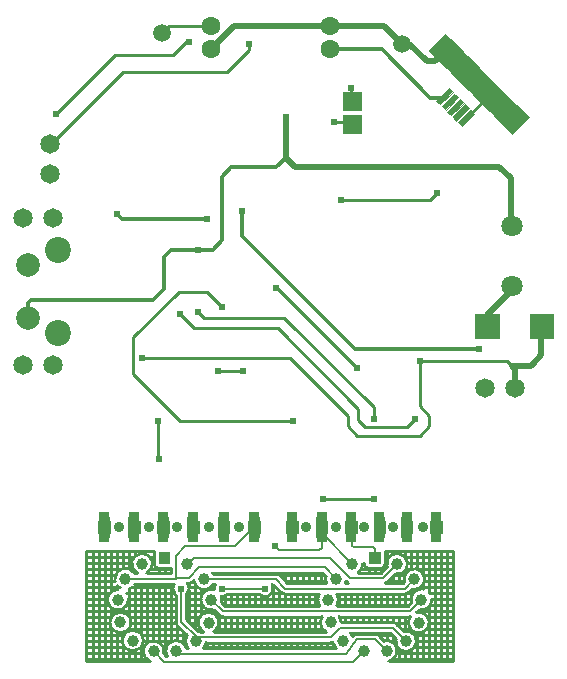
<source format=gbr>
%FSLAX34Y34*%
%MOMM*%
%LNCOPPER_BOTTOM*%
G71*
G01*
%ADD10C, 1.00*%
%ADD11C, 0.25*%
%ADD12C, 0.16*%
%ADD13C, 0.00*%
%ADD14C, 1.52*%
%ADD15C, 1.80*%
%ADD16C, 2.00*%
%ADD17C, 2.20*%
%ADD18C, 0.50*%
%ADD19C, 0.26*%
%ADD20C, 2.00*%
%ADD21C, 1.65*%
%ADD22C, 1.80*%
%ADD23C, 1.60*%
%ADD24R, 0.90X2.50*%
%ADD25C, 0.61*%
%ADD26C, 1.64*%
%ADD27C, 0.30*%
%ADD28C, 0.90*%
%LPD*%
X55034Y-495991D02*
G54D10*
D03*
G54D11*
X55184Y-554841D02*
X-56926Y-554841D01*
G54D11*
X-54696Y-550121D02*
X51054Y-550121D01*
G54D11*
X54504Y-554121D02*
X-56336Y-554121D01*
G54D11*
X-53886Y-550121D02*
X-53886Y-554841D01*
G54D11*
X-48806Y-550121D02*
X-48806Y-554841D01*
G54D11*
X-43726Y-550121D02*
X-43726Y-554841D01*
G54D11*
X-38646Y-550121D02*
X-38646Y-554841D01*
G54D11*
X-33566Y-550121D02*
X-33566Y-554841D01*
G54D11*
X-28486Y-550121D02*
X-28486Y-554841D01*
G54D11*
X-23406Y-550121D02*
X-23406Y-554841D01*
G54D11*
X-18326Y-550121D02*
X-18326Y-554841D01*
G54D11*
X-13246Y-550121D02*
X-13246Y-554841D01*
G54D11*
X-8166Y-550121D02*
X-8166Y-554841D01*
G54D11*
X-3086Y-550121D02*
X-3086Y-554841D01*
G54D11*
X1994Y-550121D02*
X1994Y-554841D01*
G54D11*
X7074Y-550121D02*
X7074Y-554841D01*
G54D11*
X12154Y-550121D02*
X12154Y-554841D01*
G54D11*
X17234Y-550121D02*
X17234Y-554841D01*
G54D11*
X22314Y-550121D02*
X22314Y-554841D01*
G54D11*
X27394Y-550121D02*
X27394Y-554841D01*
G54D11*
X32474Y-550121D02*
X32474Y-554841D01*
G54D11*
X37554Y-550121D02*
X37554Y-554841D01*
G54D11*
X42634Y-550121D02*
X42634Y-554841D01*
G54D11*
X47714Y-550121D02*
X47714Y-554841D01*
G54D11*
X52794Y-551041D02*
X52794Y-554841D01*
G54D11*
X1064Y-501121D02*
X2314Y-501121D01*
X8874Y-507691D01*
G54D11*
X12164Y-509051D02*
X41134Y-509051D01*
G54D11*
X41204Y-518841D02*
X-38836Y-518841D01*
X-41856Y-515821D01*
G54D11*
X-35866Y-509131D02*
X-10056Y-509131D01*
G54D11*
X4514Y-503321D02*
X1834Y-503321D01*
G54D11*
X9804Y-508401D02*
X714Y-508401D01*
G54D11*
X39704Y-513481D02*
X-41616Y-513481D01*
G54D11*
X41034Y-518561D02*
X-39106Y-518561D01*
G54D11*
X-38646Y-510981D02*
X-38646Y-518841D01*
G54D11*
X-33566Y-509131D02*
X-33566Y-518841D01*
G54D11*
X-28486Y-509131D02*
X-28486Y-518841D01*
G54D11*
X-23406Y-509131D02*
X-23406Y-518841D01*
G54D11*
X-18326Y-509131D02*
X-18326Y-518841D01*
G54D11*
X-13246Y-509131D02*
X-13246Y-518841D01*
G54D11*
X-8166Y-510591D02*
X-8166Y-518841D01*
G54D11*
X-3086Y-511121D02*
X-3086Y-518841D01*
G54D11*
X1994Y-501121D02*
X1994Y-518841D01*
G54D11*
X7074Y-505891D02*
X7074Y-518841D01*
G54D11*
X12154Y-509051D02*
X12154Y-518841D01*
G54D11*
X17234Y-509051D02*
X17234Y-518841D01*
G54D11*
X22314Y-509051D02*
X22314Y-518841D01*
G54D11*
X27394Y-509051D02*
X27394Y-518841D01*
G54D11*
X32474Y-509051D02*
X32474Y-518841D01*
G54D11*
X37554Y-509051D02*
X37554Y-518841D01*
G54D11*
X63624Y-498141D02*
X64244Y-498771D01*
G54D11*
X65694Y-499751D02*
X63044Y-499751D01*
G54D11*
X63724Y-498241D02*
X63594Y-498241D01*
G54D11*
X-66266Y-498771D02*
X-65226Y-497731D01*
G54D11*
X-48926Y-501121D02*
X-46986Y-501121D01*
G54D11*
X-48426Y-522401D02*
X-44046Y-526771D01*
G54D11*
X-40756Y-528131D02*
X43404Y-528131D01*
G54D11*
X46454Y-540821D02*
X-48196Y-540821D01*
G54D11*
X-57126Y-540821D02*
X-59806Y-540821D01*
G54D11*
X-61646Y-540221D02*
X-71316Y-530561D01*
X-71316Y-509581D01*
G54D11*
X-70616Y-500131D02*
X-69546Y-500131D01*
G54D11*
X-65136Y-498241D02*
X-65736Y-498241D01*
G54D11*
X-47756Y-503321D02*
X-50846Y-503321D01*
G54D11*
X-62076Y-503321D02*
X-69166Y-503321D01*
G54D11*
X-57486Y-508401D02*
X-70286Y-508401D01*
G54D11*
X-59306Y-513481D02*
X-71316Y-513481D01*
G54D11*
X-57906Y-518561D02*
X-71316Y-518561D01*
G54D11*
X-47176Y-523641D02*
X-71316Y-523641D01*
G54D11*
X43044Y-528721D02*
X-45016Y-528721D01*
G54D11*
X-60306Y-528721D02*
X-71316Y-528721D01*
G54D11*
X41924Y-533801D02*
X-43836Y-533801D01*
G54D11*
X-61486Y-533801D02*
X-68066Y-533801D01*
G54D11*
X44054Y-538881D02*
X-45896Y-538881D01*
G54D11*
X-59426Y-538881D02*
X-62986Y-538881D01*
G54D11*
X-69126Y-500111D02*
X-69126Y-503601D01*
G54D11*
X-69126Y-505361D02*
X-69126Y-532751D01*
G54D11*
X-64046Y-501051D02*
X-64046Y-537831D01*
G54D11*
X-58966Y-504971D02*
X-58966Y-511331D01*
G54D11*
X-58966Y-516241D02*
X-58966Y-526971D01*
G54D11*
X-58966Y-539401D02*
X-58966Y-540821D01*
G54D11*
X-53886Y-504951D02*
X-53886Y-505631D01*
G54D11*
X-53886Y-521951D02*
X-53886Y-524421D01*
G54D11*
X-48806Y-501121D02*
X-48806Y-505091D01*
G54D11*
X-48806Y-522481D02*
X-48806Y-525221D01*
G54D11*
X-43726Y-527071D02*
X-43726Y-540821D01*
G54D11*
X-38646Y-528131D02*
X-38646Y-540821D01*
G54D11*
X-33566Y-528131D02*
X-33566Y-540821D01*
G54D11*
X-28486Y-528131D02*
X-28486Y-540821D01*
G54D11*
X-23406Y-528131D02*
X-23406Y-540821D01*
G54D11*
X-18326Y-528131D02*
X-18326Y-540821D01*
G54D11*
X-13246Y-528131D02*
X-13246Y-540821D01*
G54D11*
X-8166Y-528131D02*
X-8166Y-540821D01*
G54D11*
X-3086Y-528131D02*
X-3086Y-540821D01*
G54D11*
X1994Y-528131D02*
X1994Y-540821D01*
G54D11*
X7074Y-528131D02*
X7074Y-540821D01*
G54D11*
X12154Y-528131D02*
X12154Y-540821D01*
G54D11*
X17234Y-528131D02*
X17234Y-540821D01*
G54D11*
X22314Y-528131D02*
X22314Y-540821D01*
G54D11*
X27394Y-528131D02*
X27394Y-540821D01*
G54D11*
X32474Y-528131D02*
X32474Y-540821D01*
G54D11*
X37554Y-528131D02*
X37554Y-540821D01*
G54D11*
X42634Y-528131D02*
X42634Y-529521D01*
G54D11*
X42634Y-536641D02*
X42634Y-540821D01*
G54D11*
X-49406Y-491141D02*
X43624Y-491141D01*
X46424Y-493951D01*
G54D11*
X47034Y-499751D02*
X14084Y-499751D01*
X7524Y-493191D01*
G54D11*
X4234Y-491831D02*
X-48936Y-491831D01*
G54D11*
X45644Y-493161D02*
X7504Y-493161D01*
G54D11*
X46484Y-498241D02*
X12584Y-498241D01*
G54D11*
X-48806Y-491141D02*
X-48806Y-491831D01*
G54D11*
X-43726Y-491141D02*
X-43726Y-491831D01*
G54D11*
X-38646Y-491141D02*
X-38646Y-491831D01*
G54D11*
X-33566Y-491141D02*
X-33566Y-491831D01*
G54D11*
X-28486Y-491141D02*
X-28486Y-491831D01*
G54D11*
X-23406Y-491141D02*
X-23406Y-491831D01*
G54D11*
X-18326Y-491141D02*
X-18326Y-491831D01*
G54D11*
X-13246Y-491141D02*
X-13246Y-491831D01*
G54D11*
X-8166Y-491141D02*
X-8166Y-491831D01*
G54D11*
X-3086Y-491141D02*
X-3086Y-491831D01*
G54D11*
X1994Y-491141D02*
X1994Y-491831D01*
G54D11*
X7074Y-491141D02*
X7074Y-492801D01*
G54D11*
X12154Y-491141D02*
X12154Y-497821D01*
G54D11*
X17234Y-491141D02*
X17234Y-499751D01*
G54D11*
X22314Y-491141D02*
X22314Y-499751D01*
G54D11*
X27394Y-491141D02*
X27394Y-499751D01*
G54D11*
X32474Y-491141D02*
X32474Y-499751D01*
G54D11*
X37554Y-491141D02*
X37554Y-499751D01*
G54D11*
X42634Y-491141D02*
X42634Y-499751D01*
G54D11*
X-98806Y-473481D02*
X-98806Y-483481D01*
G54D11*
X-94966Y-487331D02*
X-84966Y-487331D01*
G54D11*
X-84606Y-487321D02*
X-84606Y-491341D01*
X-104886Y-491341D01*
G54D11*
X-113036Y-491341D02*
X-115436Y-491341D01*
G54D11*
X-115436Y-500631D02*
X-81686Y-500631D01*
G54D11*
X-80606Y-509581D02*
X-80606Y-532491D01*
G54D11*
X-79246Y-535771D02*
X-70906Y-544111D01*
G54D11*
X-69996Y-554841D02*
X-71426Y-554841D01*
G54D11*
X-87486Y-561841D02*
X-88246Y-561841D01*
X-90556Y-559531D01*
G54D11*
X-102076Y-565841D02*
X-156316Y-565841D01*
X-156316Y-472841D01*
G54D11*
X-98756Y-472841D02*
X-156316Y-472841D01*
G54D11*
X-98806Y-477921D02*
X-102076Y-477921D01*
G54D11*
X-115846Y-477921D02*
X-156316Y-477921D01*
G54D11*
X-98806Y-483001D02*
X-100126Y-483001D01*
G54D11*
X-117796Y-483001D02*
X-156316Y-483001D01*
G54D11*
X-84606Y-488081D02*
X-101406Y-488081D01*
G54D11*
X-116516Y-488081D02*
X-118976Y-488081D01*
G54D11*
X-126946Y-488081D02*
X-156316Y-488081D01*
G54D11*
X-131346Y-493161D02*
X-156316Y-493161D01*
G54D11*
X-131516Y-498241D02*
X-156316Y-498241D01*
G54D11*
X-82756Y-503321D02*
X-118016Y-503321D01*
G54D11*
X-127906Y-503321D02*
X-156316Y-503321D01*
G54D11*
X-81636Y-508401D02*
X-122516Y-508401D01*
G54D11*
X-136406Y-508401D02*
X-156316Y-508401D01*
G54D11*
X-80606Y-513481D02*
X-120626Y-513481D01*
G54D11*
X-138296Y-513481D02*
X-156316Y-513481D01*
G54D11*
X-80606Y-518561D02*
X-121956Y-518561D01*
G54D11*
X-136966Y-518561D02*
X-156316Y-518561D01*
G54D11*
X-80606Y-523641D02*
X-156316Y-523641D01*
G54D11*
X-80606Y-528721D02*
X-119566Y-528721D01*
G54D11*
X-134956Y-528721D02*
X-156316Y-528721D01*
G54D11*
X-80416Y-533801D02*
X-118446Y-533801D01*
G54D11*
X-136076Y-533801D02*
X-156316Y-533801D01*
G54D11*
X-76136Y-538881D02*
X-120576Y-538881D01*
G54D11*
X-133946Y-538881D02*
X-156316Y-538881D01*
G54D11*
X-71056Y-543961D02*
X-109096Y-543961D01*
G54D11*
X-124426Y-543961D02*
X-156316Y-543961D01*
G54D11*
X-72306Y-549041D02*
X-76496Y-549041D01*
G54D11*
X-83426Y-549041D02*
X-96506Y-549041D01*
G54D11*
X-101816Y-549041D02*
X-107936Y-549041D01*
G54D11*
X-125586Y-549041D02*
X-156316Y-549041D01*
G54D11*
X-70586Y-554121D02*
X-71656Y-554121D01*
G54D11*
X-88266Y-554121D02*
X-90976Y-554121D01*
G54D11*
X-107346Y-554121D02*
X-110026Y-554121D01*
G54D11*
X-123496Y-554121D02*
X-156316Y-554121D01*
G54D11*
X-88576Y-559201D02*
X-90486Y-559201D01*
G54D11*
X-107836Y-559201D02*
X-156316Y-559201D01*
G54D11*
X-104826Y-564281D02*
X-156316Y-564281D01*
G54D11*
X-150271Y-472886D02*
X-150406Y-565841D01*
G54D11*
X-145326Y-474031D02*
X-145326Y-565841D01*
G54D11*
X-140246Y-474031D02*
X-140246Y-565841D01*
G54D11*
X-135166Y-473951D02*
X-135166Y-507121D01*
G54D11*
X-135166Y-520651D02*
X-135166Y-529101D01*
G54D11*
X-135166Y-537071D02*
X-135166Y-565841D01*
G54D11*
X-130086Y-473181D02*
X-130086Y-490731D01*
G54D11*
X-130086Y-501241D02*
X-130086Y-505061D01*
G54D11*
X-130086Y-522711D02*
X-130086Y-524701D01*
G54D11*
X-130086Y-541471D02*
X-130086Y-565841D01*
G54D11*
X-125006Y-472864D02*
X-125006Y-487381D01*
G54D11*
X-125006Y-521531D02*
X-125006Y-524531D01*
G54D11*
X-125006Y-541641D02*
X-125006Y-545161D01*
G54D11*
X-125006Y-551611D02*
X-125006Y-565841D01*
G54D11*
X-119926Y-474134D02*
X-119926Y-487681D01*
G54D11*
X-119926Y-504301D02*
X-119926Y-528141D01*
G54D11*
X-119926Y-538031D02*
X-119926Y-540121D01*
G54D11*
X-119926Y-556651D02*
X-119926Y-565841D01*
G54D11*
X-114846Y-474031D02*
X-114846Y-476871D01*
G54D11*
X-114846Y-490091D02*
X-114846Y-491341D01*
G54D11*
X-114846Y-500631D02*
X-114846Y-539751D01*
G54D11*
X-114846Y-557021D02*
X-114846Y-565841D01*
G54D11*
X-109766Y-500631D02*
X-109766Y-542971D01*
G54D11*
X-109766Y-553801D02*
X-109766Y-565841D01*
G54D11*
X-104686Y-491231D02*
X-104686Y-491341D01*
G54D11*
X-104686Y-500631D02*
X-104686Y-550571D01*
G54D11*
X-104686Y-564401D02*
X-104686Y-565841D01*
G54D11*
X-99606Y-500631D02*
X-99606Y-548651D01*
G54D11*
X-94526Y-487331D02*
X-94526Y-491341D01*
G54D11*
X-94526Y-500631D02*
X-94526Y-549951D01*
G54D11*
X-89446Y-487331D02*
X-89446Y-491341D01*
G54D11*
X-89446Y-500631D02*
X-89446Y-560641D01*
G54D11*
X-84366Y-500631D02*
X-84366Y-549511D01*
G54D11*
X-79286Y-535741D02*
X-79286Y-548361D01*
G54D11*
X-74206Y-540821D02*
X-74206Y-550471D01*
G54D11*
X154394Y-472841D02*
X154394Y-565841D01*
X99884Y-565841D01*
G54D11*
X96004Y-548571D02*
X91624Y-544191D01*
G54D11*
X88334Y-542831D02*
X73044Y-542831D01*
G54D11*
X69334Y-544691D02*
X69294Y-544731D01*
G54D11*
X67514Y-542141D02*
X101244Y-542141D01*
X105934Y-546831D01*
G54D11*
X112514Y-540271D02*
X106454Y-534211D01*
G54D11*
X103174Y-532851D02*
X59584Y-532851D01*
G54D11*
X58074Y-528131D02*
X117834Y-528131D01*
G54D11*
X123334Y-524571D02*
X125504Y-522401D01*
G54D11*
X118924Y-515821D02*
X115914Y-518841D01*
X55874Y-518841D01*
G54D11*
X55944Y-509051D02*
X113624Y-509051D01*
G54D11*
X116914Y-507691D02*
X119504Y-505101D01*
G54D11*
X112924Y-498521D02*
X111704Y-499751D01*
X96884Y-499751D01*
G54D11*
X98324Y-498771D02*
X105004Y-492091D01*
G54D11*
X98424Y-485521D02*
X93114Y-490841D01*
X73964Y-490841D01*
G54D11*
X83034Y-487331D02*
X93034Y-487331D01*
G54D11*
X96884Y-483481D02*
X96884Y-473481D01*
G54D11*
X154394Y-472841D02*
X96834Y-472841D01*
G54D11*
X154394Y-477921D02*
X113924Y-477921D01*
G54D11*
X100154Y-477921D02*
X96884Y-477921D01*
G54D11*
X154394Y-483001D02*
X115874Y-483001D01*
G54D11*
X98204Y-483001D02*
X96884Y-483001D01*
G54D11*
X79194Y-483001D02*
X77874Y-483001D01*
G54D11*
X154394Y-488081D02*
X124314Y-488081D01*
G54D11*
X118764Y-488081D02*
X114594Y-488081D01*
G54D11*
X95864Y-488081D02*
X76594Y-488081D01*
G54D11*
X154394Y-493161D02*
X129744Y-493161D01*
G54D11*
X113334Y-493161D02*
X103934Y-493161D01*
G54D11*
X154394Y-498241D02*
X130214Y-498241D01*
G54D11*
X112864Y-498241D02*
X98854Y-498241D01*
G54D11*
X154394Y-503321D02*
X127154Y-503321D01*
G54D11*
X154394Y-508401D02*
X134564Y-508401D01*
G54D11*
X120514Y-508401D02*
X115984Y-508401D01*
G54D11*
X154394Y-513481D02*
X136384Y-513481D01*
G54D11*
X118694Y-513481D02*
X57374Y-513481D01*
G54D11*
X154394Y-518561D02*
X134984Y-518561D01*
G54D11*
X116184Y-518561D02*
X56044Y-518561D01*
G54D11*
X154394Y-523641D02*
X124254Y-523641D01*
G54D11*
X154394Y-528721D02*
X132984Y-528721D01*
G54D11*
X117694Y-528721D02*
X58434Y-528721D01*
G54D11*
X154394Y-533801D02*
X134164Y-533801D01*
G54D11*
X116514Y-533801D02*
X105994Y-533801D01*
G54D11*
X154394Y-538881D02*
X132104Y-538881D01*
G54D11*
X118574Y-538881D02*
X111134Y-538881D01*
G54D11*
X154394Y-543961D02*
X121894Y-543961D01*
G54D11*
X103064Y-543961D02*
X91374Y-543961D01*
G54D11*
X70004Y-543961D02*
X68904Y-543961D01*
G54D11*
X154394Y-549041D02*
X123384Y-549041D01*
G54D11*
X105694Y-549041D02*
X101504Y-549041D01*
G54D11*
X154394Y-554121D02*
X121664Y-554121D01*
G54D11*
X107414Y-554121D02*
X106344Y-554121D01*
G54D11*
X154394Y-559201D02*
X106654Y-559201D01*
G54D11*
X154394Y-564281D02*
X103314Y-564281D01*
G54D11*
X57874Y-509051D02*
X57874Y-518841D01*
G54D11*
X62954Y-509051D02*
X62954Y-518841D01*
G54D11*
X62954Y-528131D02*
X62954Y-532851D01*
G54D11*
X68034Y-509051D02*
X68034Y-518841D01*
G54D11*
X68034Y-528131D02*
X68034Y-532851D01*
G54D11*
X68034Y-542141D02*
X68034Y-542721D01*
G54D11*
X73114Y-509051D02*
X73114Y-518841D01*
G54D11*
X73114Y-528131D02*
X73114Y-532851D01*
G54D11*
X73114Y-542141D02*
X73114Y-542831D01*
G54D11*
X78194Y-509051D02*
X78194Y-518841D01*
G54D11*
X78194Y-528131D02*
X78194Y-532851D01*
G54D11*
X78194Y-542141D02*
X78194Y-542831D01*
G54D11*
X83274Y-487331D02*
X83274Y-490841D01*
G54D11*
X83274Y-509051D02*
X83274Y-518841D01*
G54D11*
X83274Y-528131D02*
X83274Y-532851D01*
G54D11*
X83274Y-542141D02*
X83274Y-542831D01*
G54D11*
X88354Y-487331D02*
X88354Y-490841D01*
G54D11*
X88354Y-509051D02*
X88354Y-518841D01*
G54D11*
X88354Y-528131D02*
X88354Y-532851D01*
G54D11*
X88354Y-542141D02*
X88354Y-542831D01*
G54D11*
X93434Y-487311D02*
X93434Y-490511D01*
G54D11*
X93434Y-509051D02*
X93434Y-518841D01*
G54D11*
X93434Y-528131D02*
X93434Y-532851D01*
G54D11*
X93434Y-542141D02*
X93434Y-546011D01*
G54D11*
X98514Y-473741D02*
X98514Y-481091D01*
G54D11*
X98514Y-498581D02*
X98514Y-499751D01*
G54D11*
X98514Y-509051D02*
X98514Y-518841D01*
G54D11*
X98514Y-528131D02*
X98514Y-532851D01*
G54D11*
X98514Y-542141D02*
X98514Y-548351D01*
G54D11*
X103594Y-493501D02*
X103594Y-499751D01*
G54D11*
X103594Y-509051D02*
X103594Y-518841D01*
G54D11*
X103594Y-528131D02*
X103594Y-532871D01*
G54D11*
X103594Y-544501D02*
X103594Y-550301D01*
G54D11*
X103594Y-564071D02*
X103594Y-565841D01*
G54D11*
X108674Y-492181D02*
X108674Y-499751D01*
G54D11*
X108674Y-509051D02*
X108674Y-518841D01*
G54D11*
X108674Y-528131D02*
X108674Y-536431D01*
G54D11*
X108674Y-555511D02*
X108674Y-565841D01*
G54D11*
X113754Y-474031D02*
X113754Y-477731D01*
G54D11*
X113754Y-489241D02*
X113754Y-492271D01*
G54D11*
X113754Y-509051D02*
X113754Y-518841D01*
G54D11*
X113754Y-528131D02*
X113754Y-540071D01*
G54D11*
X113754Y-557701D02*
X113754Y-565841D01*
G54D11*
X118834Y-474031D02*
X118834Y-488061D01*
G54D11*
X118834Y-505761D02*
X118834Y-512171D01*
G54D11*
X118834Y-515401D02*
X118834Y-515911D01*
G54D11*
X118834Y-539191D02*
X118834Y-541151D01*
G54D11*
X118834Y-556621D02*
X118834Y-565841D01*
G54D11*
X123914Y-474531D02*
X123914Y-487961D01*
G54D11*
X123914Y-505011D02*
X123914Y-505711D01*
G54D11*
X123914Y-523981D02*
X123914Y-524451D01*
G54D11*
X123914Y-541921D02*
X123914Y-565841D01*
G54D11*
X128994Y-474531D02*
X128994Y-491731D01*
G54D11*
X128994Y-501241D02*
X128994Y-505061D01*
G54D11*
X128994Y-522511D02*
X128994Y-525131D01*
G54D11*
X128994Y-541241D02*
X128994Y-565841D01*
G54D11*
X134074Y-473911D02*
X134074Y-507831D01*
G54D11*
X134074Y-519751D02*
X134074Y-531801D01*
G54D11*
X134074Y-534561D02*
X134074Y-565841D01*
G54D11*
X139154Y-474031D02*
X139154Y-565841D01*
G54D11*
X144234Y-474031D02*
X144234Y-565841D01*
G54D11*
X149314Y-474531D02*
X149314Y-565841D01*
G54D12*
X78834Y-557481D02*
X69834Y-566491D01*
X-90166Y-566491D01*
X-99166Y-557491D01*
G54D12*
X-40966Y-504481D02*
X-4966Y-504481D01*
G54D12*
X-75966Y-504481D02*
X-75966Y-532491D01*
X-63466Y-544981D01*
X-63466Y-548881D01*
G54D12*
X107034Y-483481D02*
X95034Y-495481D01*
X67534Y-495481D01*
X50544Y-478491D01*
X-64966Y-478481D01*
X-70966Y-483471D01*
G54D12*
X43024Y-452481D02*
X43024Y-457471D01*
X69044Y-483481D01*
G54D12*
X121534Y-496491D02*
X113624Y-504401D01*
X12164Y-504401D01*
X4234Y-496481D01*
X-56466Y-496481D01*
G54D12*
X-79956Y-484491D02*
X-79956Y-495481D01*
X-69546Y-495481D01*
X-60556Y-486491D01*
X45544Y-486491D01*
X55034Y-495991D01*
G54D12*
X-13976Y-452481D02*
X-30231Y-468766D01*
X-72241Y-468766D01*
X-79966Y-476491D01*
X-79966Y-495481D01*
X-80466Y-495991D01*
X-122966Y-495991D01*
G54D12*
X-50476Y-513771D02*
X-40756Y-523481D01*
X117834Y-523481D01*
X127534Y-513791D01*
G54D12*
X98034Y-557181D02*
X88334Y-547481D01*
X73044Y-547481D01*
X64034Y-559491D01*
X-77646Y-559491D01*
X-79966Y-557181D01*
G54D12*
X-63456Y-548881D02*
X-63456Y-545471D01*
X51054Y-545471D01*
X59024Y-537501D01*
X103174Y-537501D01*
X114554Y-548881D01*
G54D11*
G75*
G01X51044Y-550131D02*
G03X52481Y-549904I0J4650D01*
G01*
G54D11*
G75*
G01X52521Y-549928D02*
G03X55200Y-554862I8713J1537D01*
G01*
G54D11*
G75*
G01X-56890Y-554812D02*
G03X-54704Y-550122I-6576J5921D01*
G01*
G54D11*
G75*
G01X-4966Y-511391D02*
G03X1069Y-501146I0J6900D01*
G01*
G54D11*
G75*
G01X8874Y-507691D02*
G03X12154Y-509050I3280J3280D01*
G01*
G54D11*
G75*
G01X41111Y-509070D02*
G03X41196Y-518840I7423J-4821D01*
G01*
G54D11*
G75*
G01X-41845Y-515781D02*
G03X-41961Y-511352I-8621J1990D01*
G01*
G54D11*
G75*
G01X-41925Y-511318D02*
G03X-40966Y-511385I959J6827D01*
G01*
G54D11*
G75*
G01X-40966Y-511391D02*
G03X-35838Y-509108I0J6900D01*
G01*
G54D11*
G75*
G01X-10089Y-509104D02*
G03X-4966Y-511385I5123J4613D01*
G01*
G54D11*
G75*
G01X63058Y-499732D02*
G03X63624Y-498133I-8024J3741D01*
G01*
G54D11*
G75*
G01X64244Y-498781D02*
G03X65716Y-499774I3290J3290D01*
G01*
G54D11*
G75*
G01X-65229Y-497722D02*
G03X-48961Y-501180I8763J1231D01*
G01*
G54D11*
G75*
G01X-46995Y-501149D02*
G03X-47860Y-504491I6029J-3342D01*
G01*
G54D11*
G75*
G01X-47866Y-504491D02*
G03X-47814Y-505332I6900J0D01*
G01*
G54D11*
G75*
G01X-47879Y-505329D02*
G03X-57714Y-518866I-2587J-8462D01*
G01*
G54D11*
G75*
G01X-59316Y-513791D02*
G03X-48475Y-522414I8850J0D01*
G01*
G54D11*
G75*
G01X-44056Y-526781D02*
G03X-40766Y-528144I3290J3290D01*
G01*
G54D11*
G75*
G01X43401Y-528145D02*
G03X41889Y-533091I7333J-4946D01*
G01*
G54D11*
G75*
G01X41884Y-533091D02*
G03X46444Y-540832I8850J0D01*
G01*
G54D11*
G75*
G01X-48242Y-540853D02*
G03X-57089Y-540853I-4424J7662D01*
G01*
G54D11*
G75*
G01X-59867Y-540808D02*
G03X-61626Y-540236I-3599J-8083D01*
G01*
G54D11*
G75*
G01X-71353Y-509614D02*
G03X-69072Y-504491I-4613J5123D01*
G01*
G54D11*
G75*
G01X-69066Y-504491D02*
G03X-70604Y-500149I-6900J0D01*
G01*
G54D11*
G75*
G01X-69556Y-500141D02*
G03X-66268Y-498779I0J4650D01*
G01*
G54D11*
G75*
G01X-48963Y-491803D02*
G03X-49400Y-491167I-7503J-4688D01*
G01*
G54D11*
G75*
G01X46413Y-494001D02*
G03X47015Y-499730I8621J-1990D01*
G01*
G54D11*
G75*
G01X7524Y-493191D02*
G03X4234Y-491828I-3290J-3290D01*
G01*
G54D11*
G75*
G01X-98816Y-483491D02*
G03X-94966Y-487341I3850J0D01*
G01*
G54D11*
G75*
G01X-84966Y-487341D02*
G03X-84630Y-487326I0J3850D01*
G01*
G54D11*
G75*
G01X-104949Y-491374D02*
G03X-112982Y-491374I-4017J7883D01*
G01*
G54D11*
G75*
G01X-115461Y-491301D02*
G03X-131816Y-495991I-7505J-4690D01*
G01*
G54D11*
G75*
G01X-81682Y-500635D02*
G03X-82861Y-504491I5716J-3856D01*
G01*
G54D11*
G75*
G01X-82866Y-504491D02*
G03X-80583Y-509619I6900J0D01*
G01*
G54D11*
G75*
G01X-80616Y-532491D02*
G03X-79254Y-535779I4650J0D01*
G01*
G54D11*
G75*
G01X-70890Y-544070D02*
G03X-70044Y-554814I7424J-4821D01*
G01*
G54D11*
G75*
G01X-71422Y-554902D02*
G03X-79966Y-548346I-8544J-2289D01*
G01*
G54D11*
G75*
G01X-79966Y-548341D02*
G03X-87471Y-561881I0J-8850D01*
G01*
G54D11*
G75*
G01X-90545Y-559481D02*
G03X-102047Y-565857I-8621J1990D01*
G01*
G54D11*
G75*
G01X-129466Y-505041D02*
G03X-120616Y-513891I0J-8850D01*
G01*
G54D11*
G75*
G01X-118416Y-533091D02*
G03X-118416Y-533091I-8850J0D01*
G01*
G54D11*
G75*
G01X-107916Y-548391D02*
G03X-107916Y-548391I-8850J0D01*
G01*
G54D11*
G75*
G01X99873Y-565844D02*
G03X96044Y-548572I-1839J8653D01*
G01*
G54D11*
G75*
G01X91609Y-544196D02*
G03X88324Y-542835I-3285J-3285D01*
G01*
G54D11*
G75*
G01X73044Y-542841D02*
G03X69339Y-544688I0J-4640D01*
G01*
G54D11*
G75*
G01X69317Y-544792D02*
G03X67491Y-542134I-8083J-3599D01*
G01*
G54D11*
G75*
G01X105908Y-546900D02*
G03X112543Y-540265I8626J-1991D01*
G01*
G54D11*
G75*
G01X106454Y-534211D02*
G03X103164Y-532848I-3290J-3290D01*
G01*
G54D11*
G75*
G01X59572Y-532782D02*
G03X58065Y-528146I-8838J-309D01*
G01*
G54D11*
G75*
G01X117834Y-528141D02*
G03X118078Y-528135I0J4650D01*
G01*
G54D11*
G75*
G01X118086Y-528116D02*
G03X132493Y-527990I7248J-5075D01*
G01*
G54D11*
G75*
G01X125334Y-542041D02*
G03X123343Y-524568I0J8850D01*
G01*
G54D11*
G75*
G01X125544Y-522412D02*
G03X136382Y-513791I1990J8621D01*
G01*
G54D11*
G75*
G01X127534Y-504941D02*
G03X118911Y-515782I0J-8850D01*
G01*
G54D11*
G75*
G01X55867Y-518837D02*
G03X57379Y-513891I-7333J4946D01*
G01*
G54D11*
G75*
G01X57384Y-513891D02*
G03X55956Y-509071I-8850J0D01*
G01*
G54D11*
G75*
G01X113624Y-509051D02*
G03X116905Y-507692I0J4640D01*
G01*
G54D11*
G75*
G01X119544Y-505112D02*
G03X112913Y-498481I1990J8621D01*
G01*
G54D11*
G75*
G01X96851Y-499771D02*
G03X98322Y-498779I-1817J4280D01*
G01*
G54D11*
G75*
G01X105044Y-492112D02*
G03X98413Y-485481I1990J8621D01*
G01*
G54D11*
G75*
G01X73980Y-490824D02*
G03X77879Y-483491I-4946J7333D01*
G01*
G54D11*
G75*
G01X79184Y-483491D02*
G03X83034Y-487341I3850J0D01*
G01*
G54D11*
G75*
G01X93034Y-487341D02*
G03X96884Y-483491I0J3850D01*
G01*
G36*
X-84962Y-483478D02*
X-94962Y-483478D01*
X-94962Y-473478D01*
X-84962Y-473478D01*
X-84962Y-483478D01*
G37*
G36*
X93038Y-483478D02*
X83038Y-483478D01*
X83038Y-473478D01*
X93038Y-473478D01*
X93038Y-483478D01*
G37*
G36*
X48034Y-457491D02*
X38034Y-457491D01*
X38034Y-447491D01*
X48034Y-447491D01*
X48034Y-457491D01*
G37*
G54D13*
X48034Y-457491D02*
X38034Y-457491D01*
X38034Y-447491D01*
X48034Y-447491D01*
X48034Y-457491D01*
G36*
X97044Y-457491D02*
X87044Y-457491D01*
X87044Y-447491D01*
X97044Y-447491D01*
X97044Y-457491D01*
G37*
G54D13*
X97044Y-457491D02*
X87044Y-457491D01*
X87044Y-447491D01*
X97044Y-447491D01*
X97044Y-457491D01*
G36*
X-110966Y-457491D02*
X-120966Y-457491D01*
X-120966Y-447491D01*
X-110966Y-447491D01*
X-110966Y-457491D01*
G37*
G54D13*
X-110966Y-457491D02*
X-120966Y-457491D01*
X-120966Y-447491D01*
X-110966Y-447491D01*
X-110966Y-457491D01*
G36*
X-34966Y-457491D02*
X-44966Y-457491D01*
X-44966Y-447491D01*
X-34966Y-447491D01*
X-34966Y-457491D01*
G37*
G54D13*
X-34966Y-457491D02*
X-44966Y-457491D01*
X-44966Y-447491D01*
X-34966Y-447491D01*
X-34966Y-457491D01*
G36*
X-60966Y-457491D02*
X-70966Y-457491D01*
X-70966Y-447491D01*
X-60966Y-447491D01*
X-60966Y-457491D01*
G37*
G54D13*
X-60966Y-457491D02*
X-70966Y-457491D01*
X-70966Y-447491D01*
X-60966Y-447491D01*
X-60966Y-457491D01*
G36*
X145034Y-457491D02*
X135034Y-457491D01*
X135034Y-447491D01*
X145034Y-447491D01*
X145034Y-457491D01*
G37*
G54D13*
X145034Y-457491D02*
X135034Y-457491D01*
X135034Y-447491D01*
X145034Y-447491D01*
X145034Y-457491D01*
G36*
X-135966Y-457491D02*
X-145966Y-457491D01*
X-145966Y-447491D01*
X-135966Y-447491D01*
X-135966Y-457491D01*
G37*
G54D13*
X-135966Y-457491D02*
X-145966Y-457491D01*
X-145966Y-447491D01*
X-135966Y-447491D01*
X-135966Y-457491D01*
G36*
X120034Y-457491D02*
X110034Y-457491D01*
X110034Y-447491D01*
X120034Y-447491D01*
X120034Y-457491D01*
G37*
G54D13*
X120034Y-457491D02*
X110034Y-457491D01*
X110034Y-447491D01*
X120034Y-447491D01*
X120034Y-457491D01*
G36*
X23034Y-457491D02*
X13034Y-457491D01*
X13034Y-447491D01*
X23034Y-447491D01*
X23034Y-457491D01*
G37*
G54D13*
X23034Y-457491D02*
X13034Y-457491D01*
X13034Y-447491D01*
X23034Y-447491D01*
X23034Y-457491D01*
G36*
X-8966Y-457491D02*
X-18966Y-457491D01*
X-18966Y-447491D01*
X-8966Y-447491D01*
X-8966Y-457491D01*
G37*
G54D13*
X-8966Y-457491D02*
X-18966Y-457491D01*
X-18966Y-447491D01*
X-8966Y-447491D01*
X-8966Y-457491D01*
G36*
X-85956Y-457481D02*
X-95956Y-457481D01*
X-95956Y-447481D01*
X-85956Y-447481D01*
X-85956Y-457481D01*
G37*
G54D13*
X-85956Y-457481D02*
X-95956Y-457481D01*
X-95956Y-447481D01*
X-85956Y-447481D01*
X-85956Y-457481D01*
G36*
X73044Y-457481D02*
X63044Y-457481D01*
X63044Y-447481D01*
X73044Y-447481D01*
X73044Y-457481D01*
G37*
G54D13*
X73044Y-457481D02*
X63044Y-457481D01*
X63044Y-447481D01*
X73044Y-447481D01*
X73044Y-457481D01*
X-91832Y-33998D02*
G54D14*
D03*
X111168Y-42998D02*
G54D14*
D03*
X204210Y-197036D02*
G54D15*
D03*
X-205320Y-230496D02*
G54D16*
D03*
X-205320Y-275506D02*
G54D16*
D03*
X-180330Y-217996D02*
G54D17*
D03*
X-180330Y-288006D02*
G54D17*
D03*
G54D11*
X170180Y-101236D02*
X169750Y-101236D01*
G54D18*
X229170Y-282006D02*
X229170Y-306966D01*
X221780Y-314356D01*
X220110Y-316036D01*
X204210Y-316036D01*
X204210Y-316056D01*
X206670Y-318526D01*
X206670Y-334996D01*
G54D19*
X204210Y-316056D02*
X200150Y-312006D01*
X126170Y-312006D01*
X126170Y-349996D01*
X134170Y-357996D01*
X134170Y-366996D01*
X126170Y-374996D01*
X73170Y-374996D01*
X65170Y-366996D01*
X65170Y-357996D01*
X16170Y-308996D01*
X-109060Y-308996D01*
X-109360Y-309296D01*
G54D19*
X73170Y-317986D02*
X5180Y-249996D01*
X4170Y-249996D01*
G54D18*
X-50830Y-47996D02*
X-30830Y-27996D01*
X50180Y-27996D01*
X96170Y-27996D01*
X111170Y-42996D01*
X117170Y-42996D01*
X132170Y-57996D01*
X139320Y-58006D01*
X144930Y-52396D01*
G54D19*
X-76820Y-272006D02*
X-64830Y-283996D01*
X6170Y-283996D01*
X74170Y-351996D01*
X74170Y-361996D01*
X80170Y-367996D01*
X115170Y-367996D01*
X122170Y-360996D01*
G54D19*
X87170Y-360996D02*
X87170Y-350996D01*
X11180Y-274996D01*
X-56820Y-274996D01*
X-61830Y-269996D01*
G54D19*
X19170Y-362236D02*
X-76590Y-362236D01*
X-116440Y-322386D01*
X-116440Y-291616D01*
X-77830Y-252996D01*
X-53830Y-252996D01*
X-40830Y-266006D01*
G54D19*
X-68830Y-42006D02*
X-71830Y-42006D01*
X-82830Y-52996D01*
X-131830Y-52996D01*
X-181830Y-102996D01*
G54D19*
X-44830Y-319996D02*
X-23820Y-319996D01*
X-23820Y-319996D01*
G54D19*
X-94830Y-394996D02*
X-95560Y-394266D01*
X-95560Y-362636D01*
X-95560Y-362636D01*
G54D19*
X59170Y-175006D02*
X134930Y-175006D01*
X140680Y-169246D01*
G54D19*
X-50830Y-27996D02*
X-85840Y-27996D01*
X-91830Y-33986D01*
G54D20*
X203950Y-105086D02*
X148090Y-49226D01*
G54D19*
X162470Y-109096D02*
X184670Y-86876D01*
G54D18*
X183170Y-281996D02*
X183170Y-273006D01*
X204230Y-251946D01*
X204230Y-247856D01*
G36*
X161810Y-112936D02*
X172420Y-102326D01*
X169240Y-99146D01*
X158630Y-109756D01*
X161810Y-112936D01*
G37*
G54D13*
X161810Y-112936D02*
X172420Y-102326D01*
X169240Y-99146D01*
X158630Y-109756D01*
X161810Y-112936D01*
G36*
X157210Y-108336D02*
X167820Y-97736D01*
X164640Y-94546D01*
X154030Y-105156D01*
X157210Y-108336D01*
G37*
G54D13*
X157210Y-108336D02*
X167820Y-97736D01*
X164640Y-94546D01*
X154030Y-105156D01*
X157210Y-108336D01*
G36*
X152620Y-103736D02*
X163220Y-93136D01*
X160040Y-89956D01*
X149430Y-100556D01*
X152620Y-103736D01*
G37*
G54D13*
X152620Y-103736D02*
X163220Y-93136D01*
X160040Y-89956D01*
X149430Y-100556D01*
X152620Y-103736D01*
G36*
X148020Y-99146D02*
X158630Y-88536D01*
X155440Y-85356D01*
X144840Y-95956D01*
X148020Y-99146D01*
G37*
G54D13*
X148020Y-99146D02*
X158630Y-88536D01*
X155440Y-85356D01*
X144840Y-95956D01*
X148020Y-99146D01*
G36*
X143420Y-94546D02*
X154030Y-83936D01*
X150850Y-80756D01*
X140240Y-91366D01*
X143420Y-94546D01*
G37*
G54D13*
X143420Y-94546D02*
X154030Y-83936D01*
X150850Y-80756D01*
X140240Y-91366D01*
X143420Y-94546D01*
G36*
X189450Y-104726D02*
X204300Y-119576D01*
X218440Y-105436D01*
X203600Y-90586D01*
X189450Y-104726D01*
G37*
G54D13*
X189450Y-104726D02*
X204300Y-119576D01*
X218440Y-105436D01*
X203600Y-90586D01*
X189450Y-104726D01*
G36*
X133600Y-48876D02*
X148450Y-63726D01*
X162590Y-49576D01*
X147740Y-34726D01*
X133600Y-48876D01*
G37*
G54D13*
X133600Y-48876D02*
X148450Y-63726D01*
X162590Y-49576D01*
X147740Y-34726D01*
X133600Y-48876D01*
G36*
X152690Y-67966D02*
X166830Y-82106D01*
X180970Y-67966D01*
X166830Y-53826D01*
X152690Y-67966D01*
G37*
G54D13*
X152690Y-67966D02*
X166830Y-82106D01*
X180970Y-67966D01*
X166830Y-53826D01*
X152690Y-67966D01*
G36*
X171070Y-86346D02*
X185210Y-100486D01*
X199350Y-86346D01*
X185210Y-72206D01*
X171070Y-86346D01*
G37*
G54D13*
X171070Y-86346D02*
X185210Y-100486D01*
X199350Y-86346D01*
X185210Y-72206D01*
X171070Y-86346D01*
G36*
X173170Y-291996D02*
X193170Y-291996D01*
X193170Y-271996D01*
X173170Y-271996D01*
X173170Y-291996D01*
G37*
G54D13*
X173170Y-291996D02*
X193170Y-291996D01*
X193170Y-271996D01*
X173170Y-271996D01*
X173170Y-291996D01*
G36*
X219170Y-291996D02*
X239170Y-291996D01*
X239170Y-271996D01*
X219170Y-271996D01*
X219170Y-291996D01*
G37*
G54D13*
X219170Y-291996D02*
X239170Y-291996D01*
X239170Y-271996D01*
X219170Y-271996D01*
X219170Y-291996D01*
X-186830Y-128296D02*
G54D21*
D03*
X-186830Y-153696D02*
G54D21*
D03*
X-184130Y-314996D02*
G54D21*
D03*
X-209530Y-314996D02*
G54D21*
D03*
X-184130Y-190996D02*
G54D21*
D03*
X-209530Y-190996D02*
G54D21*
D03*
X204230Y-247846D02*
G54D22*
D03*
X50180Y-28000D02*
G54D23*
D03*
G54D12*
X88034Y-478481D02*
X88034Y-471077D01*
X86506Y-469548D01*
X70630Y-469548D01*
X69043Y-467960D01*
X69043Y-452086D01*
G36*
X-145466Y-443491D02*
X-136466Y-443491D01*
X-136466Y-461491D01*
X-145466Y-461491D01*
X-145466Y-443491D01*
G37*
X-140966Y-452491D02*
G54D24*
D03*
X-140966Y-452491D02*
G54D24*
D03*
X-140966Y-452491D02*
G54D24*
D03*
G36*
X-120456Y-443481D02*
X-111456Y-443481D01*
X-111456Y-461481D01*
X-120456Y-461481D01*
X-120456Y-443481D01*
G37*
X-115956Y-452481D02*
G54D24*
D03*
X-115956Y-452481D02*
G54D24*
D03*
X-115956Y-452481D02*
G54D24*
D03*
G36*
X-95456Y-443481D02*
X-86456Y-443481D01*
X-86456Y-461481D01*
X-95456Y-461481D01*
X-95456Y-443481D01*
G37*
X-90956Y-452481D02*
G54D24*
D03*
X-90956Y-452481D02*
G54D24*
D03*
X-90956Y-452481D02*
G54D24*
D03*
G36*
X-70466Y-443491D02*
X-61466Y-443491D01*
X-61466Y-461491D01*
X-70466Y-461491D01*
X-70466Y-443491D01*
G37*
X-65966Y-452491D02*
G54D24*
D03*
X-65966Y-452491D02*
G54D24*
D03*
X-65966Y-452491D02*
G54D24*
D03*
G36*
X-44456Y-443481D02*
X-35456Y-443481D01*
X-35456Y-461481D01*
X-44456Y-461481D01*
X-44456Y-443481D01*
G37*
X-39956Y-452481D02*
G54D24*
D03*
X-39956Y-452481D02*
G54D24*
D03*
X-39956Y-452481D02*
G54D24*
D03*
G36*
X-18476Y-443481D02*
X-9476Y-443481D01*
X-9476Y-461481D01*
X-18476Y-461481D01*
X-18476Y-443481D01*
G37*
X-13976Y-452481D02*
G54D24*
D03*
X-13976Y-452481D02*
G54D24*
D03*
X-13976Y-452481D02*
G54D24*
D03*
G36*
X13534Y-443481D02*
X22534Y-443481D01*
X22534Y-461481D01*
X13534Y-461481D01*
X13534Y-443481D01*
G37*
X18034Y-452481D02*
G54D24*
D03*
X18034Y-452481D02*
G54D24*
D03*
X18034Y-452481D02*
G54D24*
D03*
G36*
X38524Y-443481D02*
X47524Y-443481D01*
X47524Y-461481D01*
X38524Y-461481D01*
X38524Y-443481D01*
G37*
X43024Y-452481D02*
G54D24*
D03*
X43024Y-452481D02*
G54D24*
D03*
X43024Y-452481D02*
G54D24*
D03*
G36*
X87544Y-443481D02*
X96544Y-443481D01*
X96544Y-461481D01*
X87544Y-461481D01*
X87544Y-443481D01*
G37*
X92044Y-452481D02*
G54D24*
D03*
X92044Y-452481D02*
G54D24*
D03*
X92044Y-452481D02*
G54D24*
D03*
G36*
X63514Y-443481D02*
X72514Y-443481D01*
X72514Y-461481D01*
X63514Y-461481D01*
X63514Y-443481D01*
G37*
X68014Y-452481D02*
G54D24*
D03*
X68014Y-452481D02*
G54D24*
D03*
X68014Y-452481D02*
G54D24*
D03*
G36*
X110534Y-443481D02*
X119534Y-443481D01*
X119534Y-461481D01*
X110534Y-461481D01*
X110534Y-443481D01*
G37*
X115034Y-452481D02*
G54D24*
D03*
X115034Y-452481D02*
G54D24*
D03*
X115034Y-452481D02*
G54D24*
D03*
G36*
X135524Y-443481D02*
X144524Y-443481D01*
X144524Y-461481D01*
X135524Y-461481D01*
X135524Y-443481D01*
G37*
X140024Y-452481D02*
G54D24*
D03*
X140024Y-452481D02*
G54D24*
D03*
X140024Y-452481D02*
G54D24*
D03*
X4034Y-468666D02*
G54D25*
D03*
X-4966Y-504491D02*
G54D25*
D03*
X-40966Y-504491D02*
G54D25*
D03*
X-75966Y-504481D02*
G54D25*
D03*
X-94830Y-395006D02*
G54D25*
D03*
X-95560Y-362646D02*
G54D25*
D03*
X19170Y-362236D02*
G54D25*
D03*
X-23830Y-320006D02*
G54D25*
D03*
X-44830Y-320006D02*
G54D25*
D03*
X-76830Y-272006D02*
G54D25*
D03*
X-61830Y-270006D02*
G54D25*
D03*
X-40830Y-266006D02*
G54D25*
D03*
X4170Y-250006D02*
G54D25*
D03*
X-24018Y-184615D02*
G54D25*
D03*
X-53580Y-191615D02*
G54D25*
D03*
X59170Y-175006D02*
G54D25*
D03*
X140680Y-169246D02*
G54D25*
D03*
X176360Y-301656D02*
G54D25*
D03*
X126170Y-312006D02*
G54D25*
D03*
X73160Y-317996D02*
G54D25*
D03*
X87160Y-360986D02*
G54D25*
D03*
X122160Y-360986D02*
G54D25*
D03*
X76200Y-147638D02*
G54D25*
D03*
X-181830Y-102996D02*
G54D25*
D03*
X12700Y-104775D02*
G54D25*
D03*
X-130557Y-186996D02*
G54D25*
D03*
X-109060Y-308996D02*
G54D25*
D03*
X-68830Y-42006D02*
G54D25*
D03*
X69034Y-483491D02*
G54D10*
D03*
X107034Y-483481D02*
G54D10*
D03*
X121534Y-496491D02*
G54D10*
D03*
X127534Y-513791D02*
G54D10*
D03*
X125334Y-533181D02*
G54D10*
D03*
X114534Y-548891D02*
G54D10*
D03*
X98044Y-557181D02*
G54D10*
D03*
X78834Y-557481D02*
G54D10*
D03*
X61244Y-548391D02*
G54D10*
D03*
X50734Y-533081D02*
G54D10*
D03*
X48544Y-513881D02*
G54D10*
D03*
X-50466Y-513791D02*
G54D10*
D03*
X-56466Y-496491D02*
G54D10*
D03*
X-70966Y-483481D02*
G54D10*
D03*
X-108966Y-483481D02*
G54D10*
D03*
X-122966Y-495991D02*
G54D10*
D03*
X-129466Y-513881D02*
G54D10*
D03*
X-127266Y-533081D02*
G54D10*
D03*
X-116766Y-548391D02*
G54D10*
D03*
X-99166Y-557491D02*
G54D10*
D03*
X-79966Y-557181D02*
G54D10*
D03*
X-63466Y-548881D02*
G54D10*
D03*
X-52666Y-533181D02*
G54D10*
D03*
X-61912Y-217488D02*
G54D25*
D03*
X44170Y-428996D02*
G54D25*
D03*
X87033Y-428996D02*
G54D25*
D03*
G54D19*
X44170Y-428996D02*
X87033Y-428996D01*
X-18030Y-43594D02*
G54D25*
D03*
G54D19*
X-188830Y-126996D02*
X-188130Y-126996D01*
X-186830Y-128296D01*
X-186220Y-128296D01*
X-124830Y-66906D01*
X-36830Y-66906D01*
X-18030Y-48106D01*
X-18030Y-43594D01*
X50180Y-47996D02*
G54D23*
D03*
X-50830Y-47996D02*
G54D23*
D03*
X-50830Y-27996D02*
G54D23*
D03*
X181680Y-334996D02*
G54D26*
D03*
X206580Y-334996D02*
G54D26*
D03*
G54D18*
X76200Y-147638D02*
X193675Y-147638D01*
X203200Y-157162D01*
G54D18*
X203200Y-157162D02*
X203200Y-196026D01*
X204210Y-197036D01*
G54D18*
X76200Y-147638D02*
X31750Y-147638D01*
G54D18*
X12700Y-104775D02*
X12700Y-139700D01*
X20638Y-147638D01*
X31750Y-147638D01*
G54D27*
X-53580Y-191615D02*
X-125938Y-191615D01*
X-130557Y-186996D01*
G54D27*
X-205320Y-275506D02*
X-205320Y-262470D01*
X-203200Y-260350D01*
X-100012Y-260350D01*
G54D27*
X-61912Y-217488D02*
X-84138Y-217488D01*
X-90488Y-223838D01*
X-90488Y-250825D01*
X-100012Y-260350D01*
G54D27*
X-61912Y-217488D02*
X-49213Y-217488D01*
X-41275Y-209550D01*
X-41275Y-155575D01*
X-33338Y-147638D01*
X4762Y-147638D01*
X12700Y-139700D01*
G54D27*
X-24018Y-184615D02*
X-24018Y-206170D01*
X63500Y-293688D01*
G54D27*
X176360Y-301656D02*
X71469Y-301656D01*
X63500Y-293688D01*
G54D27*
X50180Y-47996D02*
X94034Y-47996D01*
X134938Y-88900D01*
X146050Y-88900D01*
G54D12*
X43024Y-452481D02*
X43024Y-469738D01*
X41275Y-471488D01*
X6856Y-471488D01*
X4034Y-468666D01*
X-128656Y-452481D02*
G54D28*
D03*
X-103256Y-452481D02*
G54D28*
D03*
X-79443Y-452481D02*
G54D28*
D03*
X-52456Y-452481D02*
G54D28*
D03*
X-27056Y-452481D02*
G54D28*
D03*
X128519Y-452481D02*
G54D28*
D03*
X103119Y-452481D02*
G54D28*
D03*
X79307Y-452481D02*
G54D28*
D03*
X55494Y-452481D02*
G54D28*
D03*
X30094Y-452481D02*
G54D28*
D03*
G36*
X76665Y-118541D02*
X61425Y-118541D01*
X61425Y-103301D01*
X76665Y-103301D01*
X76665Y-118541D01*
G37*
G54D13*
X76665Y-118541D02*
X61425Y-118541D01*
X61425Y-103301D01*
X76665Y-103301D01*
X76665Y-118541D01*
X53975Y-109538D02*
G54D25*
D03*
G54D19*
X53975Y-109538D02*
X66675Y-109538D01*
G36*
X76665Y-99491D02*
X61425Y-99491D01*
X61425Y-84251D01*
X76665Y-84251D01*
X76665Y-99491D01*
G37*
G54D13*
X76665Y-99491D02*
X61425Y-99491D01*
X61425Y-84251D01*
X76665Y-84251D01*
X76665Y-99491D01*
X68262Y-80962D02*
G54D25*
D03*
G54D19*
X68262Y-80962D02*
X68262Y-90488D01*
M02*

</source>
